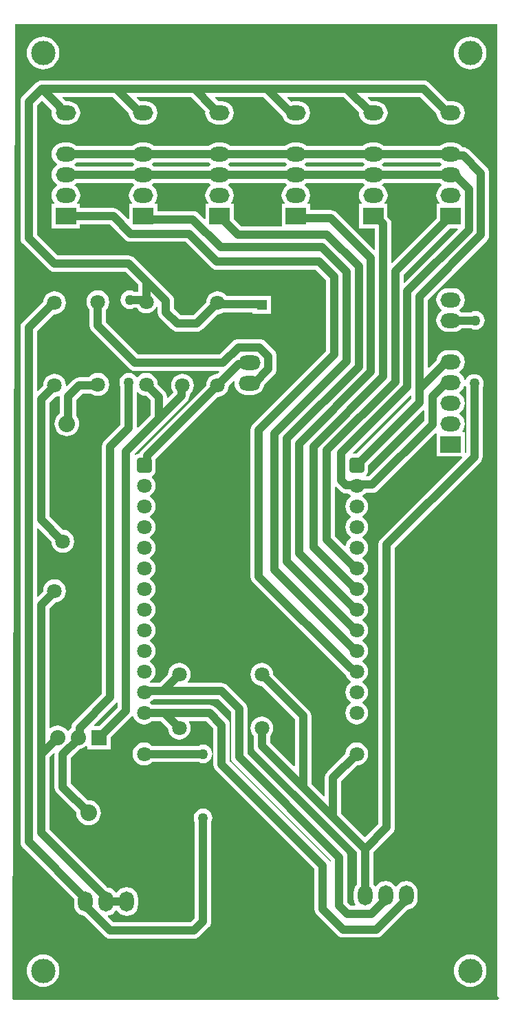
<source format=gbr>
G04*
G04 GERBER (RE)GENERATED BY FLATCAM v8.994 - www.flatcam.org - Version Date: 2020/11/7*
G04 Filename: Placa de sensores.GBL*
G04 Created on : Wednesday, 10 February 2021 at 14:04*
G04*
G04 #@! TF.GenerationSoftware,Altium Limited,Altium Designer,21.0.9 (235)*
G04*
G04 Layer_Physical_Order=2*
G04 Layer_Color=16711680*
%FSLAX44Y44*%
%MOMM*%
G71*
G04*
G04 #@! TF.SameCoordinates,9D76D942-02B4-4ECB-B237-1E8E5DD44076*
G04*
G04*
G04 #@! TF.FilePolarity,Positive*
G04*
G01*
G75*
%ADD10C,1.0000*%
%ADD11O,2.5000X1.8000*%
%ADD12R,2.5000X2.0000*%
%ADD13C,2.0320*%
%ADD14R,2.0320X2.0320*%
%ADD15C,1.8000*%
G04:AMPARAMS|DCode=16|XSize=1.8mm|YSize=1.8mm|CornerRadius=0.225mm|HoleSize=0mm|Usage=FLASHONLY|Rotation=270.000|XOffset=0mm|YOffset=0mm|HoleType=Round|Shape=RoundedRectangle|*
%AMROUNDEDRECTD16*
21,1,1.8000,1.3500,0,0,270.0*
21,1,1.3500,1.8000,0,0,270.0*
1,1,0.4500,-0.6750,-0.6750*
1,1,0.4500,-0.6750,0.6750*
1,1,0.4500,0.6750,0.6750*
1,1,0.4500,0.6750,-0.6750*
%
%ADD16ROUNDEDRECTD16*%
%ADD17O,2.7000X1.8000*%
%ADD18O,1.8000X2.5000*%
%ADD19R,2.0000X2.5000*%
%ADD20R,2.0320X2.0320*%
%ADD21R,1.8750X1.8750*%
%ADD22C,1.8750*%
%ADD23C,1.2750*%
%ADD24R,1.2750X1.2750*%
%ADD25C,3.0000*%
%ADD26C,1.2700*%
G36*
X594360Y5080D02*
X596900Y2540D01*
X594360Y0D01*
X-1640D01*
X-2537Y900D01*
X1270Y1200150D01*
X594360D01*
Y5080D01*
D02*
G37*
%LPC*%
G36*
X561340Y1184687D02*
X557419Y1184301D01*
X553649Y1183157D01*
X550175Y1181300D01*
X547129Y1178801D01*
X544630Y1175755D01*
X542773Y1172281D01*
X541629Y1168511D01*
X541243Y1164590D01*
X541629Y1160669D01*
X542773Y1156899D01*
X544630Y1153425D01*
X547129Y1150379D01*
X550175Y1147880D01*
X553649Y1146023D01*
X557419Y1144879D01*
X561340Y1144493D01*
X565261Y1144879D01*
X569031Y1146023D01*
X572505Y1147880D01*
X575551Y1150379D01*
X578050Y1153425D01*
X579907Y1156899D01*
X581051Y1160669D01*
X581437Y1164590D01*
X581051Y1168511D01*
X579907Y1172281D01*
X578050Y1175755D01*
X575551Y1178801D01*
X572505Y1181300D01*
X569031Y1183157D01*
X565261Y1184301D01*
X561340Y1184687D01*
D02*
G37*
G36*
X35560D02*
X31639Y1184301D01*
X27869Y1183157D01*
X24395Y1181300D01*
X21349Y1178801D01*
X18850Y1175755D01*
X16993Y1172281D01*
X15849Y1168511D01*
X15463Y1164590D01*
X15849Y1160669D01*
X16993Y1156899D01*
X18850Y1153425D01*
X21349Y1150379D01*
X24395Y1147880D01*
X27869Y1146023D01*
X31639Y1144879D01*
X35560Y1144493D01*
X39481Y1144879D01*
X43251Y1146023D01*
X46725Y1147880D01*
X49771Y1150379D01*
X52270Y1153425D01*
X54127Y1156899D01*
X55271Y1160669D01*
X55657Y1164590D01*
X55271Y1168511D01*
X54127Y1172281D01*
X52270Y1175755D01*
X49771Y1178801D01*
X46725Y1181300D01*
X43251Y1183157D01*
X39481Y1184301D01*
X35560Y1184687D01*
D02*
G37*
G36*
X503911Y1130815D02*
X33701D01*
X31091Y1130471D01*
X28658Y1129464D01*
X26569Y1127861D01*
X10648Y1111939D01*
X9045Y1109850D01*
X8037Y1107418D01*
X7694Y1104807D01*
Y937260D01*
X8037Y934650D01*
X9045Y932217D01*
X10648Y930128D01*
X42398Y898378D01*
X44487Y896775D01*
X46919Y895767D01*
X49530Y895424D01*
X136792D01*
X152474Y879742D01*
Y871146D01*
X147549D01*
X145203Y872118D01*
X142240Y872508D01*
X139277Y872118D01*
X136516Y870974D01*
X134145Y869155D01*
X132326Y866784D01*
X131182Y864023D01*
X130792Y861060D01*
X131182Y858097D01*
X132326Y855336D01*
X134145Y852965D01*
X136516Y851146D01*
X139277Y850002D01*
X142240Y849612D01*
X145203Y850002D01*
X147549Y850974D01*
X150704D01*
X152575Y848535D01*
X155500Y846291D01*
X158905Y844880D01*
X162560Y844399D01*
X166215Y844880D01*
X169620Y846291D01*
X172545Y848535D01*
X174789Y851460D01*
X175334Y852775D01*
X176604Y852522D01*
Y845820D01*
X176947Y843210D01*
X177955Y840777D01*
X179558Y838688D01*
X193528Y824718D01*
X195617Y823115D01*
X198050Y822107D01*
X200660Y821764D01*
X224790D01*
X227400Y822107D01*
X229833Y823115D01*
X231922Y824718D01*
X250355Y843151D01*
X253845Y843610D01*
X257250Y845021D01*
X258048Y845633D01*
X293425D01*
Y843335D01*
X316175D01*
Y866085D01*
X293425D01*
Y865806D01*
X261272D01*
X260175Y867235D01*
X257250Y869479D01*
X253845Y870890D01*
X250190Y871371D01*
X246535Y870890D01*
X243130Y869479D01*
X240205Y867235D01*
X237961Y864310D01*
X236550Y860905D01*
X236091Y857415D01*
X220612Y841936D01*
X204838D01*
X196776Y849998D01*
Y859790D01*
X196433Y862401D01*
X195425Y864833D01*
X193822Y866922D01*
X169692Y891052D01*
X148102Y912642D01*
X146013Y914245D01*
X143581Y915253D01*
X140970Y915596D01*
X53708D01*
X27866Y941438D01*
Y1100630D01*
X33701Y1106464D01*
X46270Y1093896D01*
X45879Y1090930D01*
X46360Y1087275D01*
X47771Y1083870D01*
X50015Y1080945D01*
X52940Y1078701D01*
X56345Y1077290D01*
X60000Y1076809D01*
X67000D01*
X70655Y1077290D01*
X74060Y1078701D01*
X76985Y1080945D01*
X79229Y1083870D01*
X80640Y1087275D01*
X81121Y1090930D01*
X80640Y1094585D01*
X79229Y1097990D01*
X76985Y1100915D01*
X74060Y1103159D01*
X70655Y1104570D01*
X67000Y1105051D01*
X63524D01*
X63132Y1105562D01*
X59225Y1109469D01*
X59711Y1110642D01*
X120964D01*
X141198Y1090408D01*
X141610Y1087275D01*
X143021Y1083870D01*
X145265Y1080945D01*
X148190Y1078701D01*
X151595Y1077290D01*
X155250Y1076809D01*
X162250D01*
X165905Y1077290D01*
X169310Y1078701D01*
X172235Y1080945D01*
X174479Y1083870D01*
X175890Y1087275D01*
X176371Y1090930D01*
X175890Y1094585D01*
X174479Y1097990D01*
X172235Y1100915D01*
X169310Y1103159D01*
X165905Y1104570D01*
X162250Y1105051D01*
X155250D01*
X155103Y1105031D01*
X150665Y1109469D01*
X151151Y1110642D01*
X217484D01*
X235352Y1092774D01*
X235109Y1090930D01*
X235590Y1087275D01*
X237001Y1083870D01*
X239245Y1080945D01*
X242170Y1078701D01*
X245575Y1077290D01*
X249230Y1076809D01*
X256230D01*
X259885Y1077290D01*
X263290Y1078701D01*
X266215Y1080945D01*
X268459Y1083870D01*
X269870Y1087275D01*
X270351Y1090930D01*
X269870Y1094585D01*
X268459Y1097990D01*
X266215Y1100915D01*
X263290Y1103159D01*
X259885Y1104570D01*
X256230Y1105051D01*
X251603D01*
X247185Y1109469D01*
X247671Y1110642D01*
X306384D01*
X329228Y1087798D01*
X329532Y1087564D01*
X329570Y1087275D01*
X330981Y1083870D01*
X333225Y1080945D01*
X336150Y1078701D01*
X339555Y1077290D01*
X343210Y1076809D01*
X350210D01*
X353865Y1077290D01*
X357270Y1078701D01*
X360195Y1080945D01*
X362439Y1083870D01*
X363850Y1087275D01*
X364331Y1090930D01*
X363850Y1094585D01*
X362439Y1097990D01*
X360195Y1100915D01*
X357270Y1103159D01*
X353865Y1104570D01*
X350210Y1105051D01*
X343210D01*
X340818Y1104736D01*
X336085Y1109469D01*
X336571Y1110642D01*
X405443D01*
X424434Y1091652D01*
X424339Y1090930D01*
X424820Y1087275D01*
X426231Y1083870D01*
X428475Y1080945D01*
X431400Y1078701D01*
X434805Y1077290D01*
X438460Y1076809D01*
X445460D01*
X449115Y1077290D01*
X452520Y1078701D01*
X455445Y1080945D01*
X457689Y1083870D01*
X459100Y1087275D01*
X459581Y1090930D01*
X459100Y1094585D01*
X457689Y1097990D01*
X455445Y1100915D01*
X452520Y1103159D01*
X449115Y1104570D01*
X445460Y1105051D01*
X439563D01*
X435145Y1109469D01*
X435631Y1110642D01*
X499734D01*
X519611Y1090765D01*
X520070Y1087275D01*
X521481Y1083870D01*
X523725Y1080945D01*
X526650Y1078701D01*
X530055Y1077290D01*
X533710Y1076809D01*
X540710D01*
X544365Y1077290D01*
X547770Y1078701D01*
X550695Y1080945D01*
X552939Y1083870D01*
X554350Y1087275D01*
X554831Y1090930D01*
X554350Y1094585D01*
X552939Y1097990D01*
X550695Y1100915D01*
X547770Y1103159D01*
X544365Y1104570D01*
X540710Y1105051D01*
X533853D01*
X511043Y1127861D01*
X508955Y1129464D01*
X506522Y1130471D01*
X503911Y1130815D01*
D02*
G37*
G36*
X540710Y1054251D02*
X533710D01*
X530055Y1053770D01*
X526650Y1052359D01*
X523857Y1050216D01*
X455313D01*
X452520Y1052359D01*
X449115Y1053770D01*
X445460Y1054251D01*
X438460D01*
X434805Y1053770D01*
X431400Y1052359D01*
X428607Y1050216D01*
X360063D01*
X357270Y1052359D01*
X353865Y1053770D01*
X350210Y1054251D01*
X343210D01*
X339555Y1053770D01*
X336150Y1052359D01*
X333357Y1050216D01*
X266083D01*
X263290Y1052359D01*
X259885Y1053770D01*
X256230Y1054251D01*
X249230D01*
X245575Y1053770D01*
X242170Y1052359D01*
X239377Y1050216D01*
X172103D01*
X169310Y1052359D01*
X165905Y1053770D01*
X162250Y1054251D01*
X155250D01*
X151595Y1053770D01*
X148190Y1052359D01*
X145397Y1050216D01*
X76853D01*
X74060Y1052359D01*
X70655Y1053770D01*
X67000Y1054251D01*
X60000D01*
X56345Y1053770D01*
X52940Y1052359D01*
X50015Y1050115D01*
X47771Y1047190D01*
X46360Y1043785D01*
X45879Y1040130D01*
X46360Y1036475D01*
X47771Y1033070D01*
X50015Y1030145D01*
X52573Y1028182D01*
X52676Y1027839D01*
Y1027021D01*
X52573Y1026678D01*
X50015Y1024715D01*
X47771Y1021790D01*
X46360Y1018385D01*
X45879Y1014730D01*
X46360Y1011075D01*
X47771Y1007670D01*
X50015Y1004745D01*
X52573Y1002782D01*
X52676Y1002439D01*
Y1001621D01*
X52573Y1001278D01*
X50015Y999315D01*
X47771Y996390D01*
X46360Y992985D01*
X45879Y989330D01*
X46360Y985675D01*
X47771Y982270D01*
X49359Y980200D01*
X48733Y978930D01*
X46000D01*
Y948930D01*
X81000D01*
Y953844D01*
X117930D01*
X136566Y935208D01*
X138655Y933605D01*
X141087Y932597D01*
X143698Y932254D01*
X210829D01*
X242165Y900918D01*
X244254Y899315D01*
X246686Y898307D01*
X249297Y897964D01*
X371226D01*
X384024Y885166D01*
Y798338D01*
X293858Y708172D01*
X292255Y706083D01*
X291247Y703651D01*
X290904Y701040D01*
Y520700D01*
X291247Y518089D01*
X292255Y515657D01*
X293858Y513568D01*
X407098Y400328D01*
X408103Y399556D01*
X409411Y396400D01*
X411655Y393475D01*
X414213Y391512D01*
X414316Y391169D01*
Y390351D01*
X414213Y390008D01*
X411655Y388045D01*
X409411Y385120D01*
X408000Y381715D01*
X407519Y378060D01*
X408000Y374405D01*
X409411Y371000D01*
X411655Y368075D01*
X414213Y366112D01*
X414316Y365769D01*
Y364951D01*
X414213Y364608D01*
X411655Y362645D01*
X409411Y359720D01*
X408000Y356315D01*
X407519Y352660D01*
X408000Y349005D01*
X409411Y345600D01*
X411655Y342675D01*
X414580Y340431D01*
X417985Y339020D01*
X421640Y338539D01*
X425295Y339020D01*
X428700Y340431D01*
X431625Y342675D01*
X433869Y345600D01*
X435280Y349005D01*
X435761Y352660D01*
X435280Y356315D01*
X433869Y359720D01*
X431625Y362645D01*
X429067Y364608D01*
X428964Y364951D01*
Y365769D01*
X429067Y366112D01*
X431625Y368075D01*
X433869Y371000D01*
X435280Y374405D01*
X435761Y378060D01*
X435280Y381715D01*
X433869Y385120D01*
X431625Y388045D01*
X429067Y390008D01*
X428964Y390351D01*
Y391169D01*
X429067Y391512D01*
X431625Y393475D01*
X433869Y396400D01*
X435280Y399805D01*
X435761Y403460D01*
X435280Y407115D01*
X433869Y410520D01*
X431625Y413445D01*
X429067Y415408D01*
X428964Y415751D01*
Y416569D01*
X429067Y416912D01*
X431625Y418875D01*
X433869Y421800D01*
X435280Y425205D01*
X435761Y428860D01*
X435280Y432515D01*
X433869Y435920D01*
X431625Y438845D01*
X429067Y440808D01*
X428964Y441151D01*
Y441969D01*
X429067Y442312D01*
X431625Y444275D01*
X433869Y447200D01*
X435280Y450605D01*
X435761Y454260D01*
X435280Y457915D01*
X433869Y461320D01*
X431625Y464245D01*
X429067Y466208D01*
X428964Y466551D01*
Y467369D01*
X429067Y467712D01*
X431625Y469675D01*
X433869Y472600D01*
X435280Y476005D01*
X435761Y479660D01*
X435280Y483315D01*
X433869Y486720D01*
X431625Y489645D01*
X429067Y491608D01*
X428964Y491951D01*
Y492769D01*
X429067Y493112D01*
X431625Y495075D01*
X433869Y498000D01*
X435280Y501405D01*
X435761Y505060D01*
X435280Y508715D01*
X433869Y512120D01*
X431625Y515045D01*
X429067Y517008D01*
X428964Y517351D01*
Y518169D01*
X429067Y518512D01*
X431625Y520475D01*
X433869Y523400D01*
X435280Y526805D01*
X435761Y530460D01*
X435280Y534115D01*
X433869Y537520D01*
X431625Y540445D01*
X429067Y542408D01*
X428964Y542751D01*
Y543569D01*
X429067Y543912D01*
X431625Y545875D01*
X433869Y548800D01*
X435280Y552205D01*
X435761Y555860D01*
X435280Y559515D01*
X433869Y562920D01*
X431625Y565845D01*
X429067Y567808D01*
X428964Y568151D01*
Y568969D01*
X429067Y569312D01*
X431625Y571275D01*
X433869Y574200D01*
X435280Y577605D01*
X435761Y581260D01*
X435280Y584915D01*
X433869Y588320D01*
X431625Y591245D01*
X429067Y593208D01*
X428964Y593551D01*
Y594369D01*
X429067Y594712D01*
X431625Y596675D01*
X433869Y599600D01*
X435280Y603005D01*
X435761Y606660D01*
X435280Y610315D01*
X433869Y613720D01*
X431625Y616645D01*
X429067Y618608D01*
X428964Y618951D01*
Y619769D01*
X429067Y620112D01*
X431625Y622075D01*
X432722Y623504D01*
X440551D01*
X443161Y623848D01*
X445594Y624856D01*
X447683Y626459D01*
X518440Y697216D01*
X519710Y696690D01*
Y668260D01*
X550737D01*
X551222Y667087D01*
X451338Y567202D01*
X449735Y565113D01*
X448727Y562681D01*
X448384Y560070D01*
Y216268D01*
X431800Y199684D01*
X402516Y228968D01*
Y268872D01*
X421805Y288161D01*
X425295Y288620D01*
X428700Y290031D01*
X431625Y292275D01*
X433869Y295200D01*
X435280Y298605D01*
X435761Y302260D01*
X435280Y305915D01*
X433869Y309320D01*
X431625Y312245D01*
X428700Y314489D01*
X425295Y315900D01*
X421640Y316381D01*
X417985Y315900D01*
X414580Y314489D01*
X411655Y312245D01*
X409411Y309320D01*
X408000Y305915D01*
X407541Y302425D01*
X385298Y280182D01*
X383695Y278093D01*
X382687Y275660D01*
X382344Y273050D01*
Y250800D01*
X381170Y250314D01*
X365686Y265798D01*
Y349250D01*
X365343Y351861D01*
X364335Y354293D01*
X362732Y356382D01*
X318899Y400215D01*
X318440Y403705D01*
X317029Y407110D01*
X314785Y410035D01*
X311860Y412279D01*
X308455Y413690D01*
X304800Y414171D01*
X301145Y413690D01*
X297740Y412279D01*
X294815Y410035D01*
X292571Y407110D01*
X291160Y403705D01*
X290679Y400050D01*
X291160Y396395D01*
X292571Y392990D01*
X294815Y390065D01*
X297740Y387821D01*
X301145Y386410D01*
X304635Y385951D01*
X345514Y345072D01*
Y287630D01*
X344340Y287144D01*
X314886Y316598D01*
Y324157D01*
X317029Y326950D01*
X318440Y330355D01*
X318921Y334010D01*
X318440Y337665D01*
X317029Y341070D01*
X314785Y343995D01*
X311860Y346239D01*
X308455Y347650D01*
X304800Y348131D01*
X301145Y347650D01*
X297740Y346239D01*
X294815Y343995D01*
X292571Y341070D01*
X291160Y337665D01*
X290679Y334010D01*
X291160Y330355D01*
X292571Y326950D01*
X294714Y324157D01*
Y312420D01*
X295057Y309809D01*
X296065Y307377D01*
X297668Y305288D01*
X345928Y257028D01*
X345928Y257028D01*
X385298Y217658D01*
X421714Y181242D01*
Y141623D01*
X419571Y138830D01*
X418160Y135425D01*
X417679Y131770D01*
Y124770D01*
X418160Y121115D01*
X419571Y117710D01*
X420119Y116995D01*
X419557Y115856D01*
X414028D01*
X410136Y119748D01*
Y175260D01*
X409793Y177871D01*
X408785Y180303D01*
X407182Y182392D01*
X286946Y302628D01*
Y358140D01*
X286603Y360751D01*
X285595Y363183D01*
X283992Y365272D01*
X262402Y386862D01*
X260313Y388465D01*
X257880Y389473D01*
X255270Y389816D01*
X214595D01*
X213969Y391086D01*
X215429Y392990D01*
X216840Y396395D01*
X217321Y400050D01*
X216840Y403705D01*
X215429Y407110D01*
X213185Y410035D01*
X210260Y412279D01*
X206855Y413690D01*
X203200Y414171D01*
X199545Y413690D01*
X196140Y412279D01*
X193215Y410035D01*
X190971Y407110D01*
X189560Y403705D01*
X189101Y400215D01*
X178702Y389816D01*
X167566D01*
X167316Y390008D01*
X167214Y390351D01*
Y391169D01*
X167316Y391512D01*
X169875Y393475D01*
X172119Y396400D01*
X173530Y399805D01*
X174011Y403460D01*
X173530Y407115D01*
X172119Y410520D01*
X169875Y413445D01*
X167316Y415408D01*
X167214Y415751D01*
Y416569D01*
X167316Y416912D01*
X169875Y418875D01*
X172119Y421800D01*
X173530Y425205D01*
X174011Y428860D01*
X173530Y432515D01*
X172119Y435920D01*
X169875Y438845D01*
X167316Y440808D01*
X167214Y441151D01*
Y441969D01*
X167316Y442312D01*
X169875Y444275D01*
X172119Y447200D01*
X173530Y450605D01*
X174011Y454260D01*
X173530Y457915D01*
X172119Y461320D01*
X169875Y464245D01*
X167316Y466208D01*
X167214Y466551D01*
Y467369D01*
X167316Y467712D01*
X169875Y469675D01*
X172119Y472600D01*
X173530Y476005D01*
X174011Y479660D01*
X173530Y483315D01*
X172119Y486720D01*
X169875Y489645D01*
X167316Y491608D01*
X167214Y491951D01*
Y492769D01*
X167316Y493112D01*
X169875Y495075D01*
X172119Y498000D01*
X173530Y501405D01*
X174011Y505060D01*
X173530Y508715D01*
X172119Y512120D01*
X169875Y515045D01*
X167316Y517008D01*
X167214Y517351D01*
Y518169D01*
X167316Y518512D01*
X169875Y520475D01*
X172119Y523400D01*
X173530Y526805D01*
X174011Y530460D01*
X173530Y534115D01*
X172119Y537520D01*
X169875Y540445D01*
X167316Y542408D01*
X167214Y542751D01*
Y543569D01*
X167316Y543912D01*
X169875Y545875D01*
X172119Y548800D01*
X173530Y552205D01*
X174011Y555860D01*
X173530Y559515D01*
X172119Y562920D01*
X169875Y565845D01*
X167316Y567808D01*
X167214Y568151D01*
Y568969D01*
X167316Y569312D01*
X169875Y571275D01*
X172119Y574200D01*
X173530Y577605D01*
X174011Y581260D01*
X173530Y584915D01*
X172119Y588320D01*
X169875Y591245D01*
X167316Y593208D01*
X167214Y593551D01*
Y594369D01*
X167316Y594712D01*
X169875Y596675D01*
X172119Y599600D01*
X173530Y603005D01*
X174011Y606660D01*
X173530Y610315D01*
X172119Y613720D01*
X169875Y616645D01*
X167316Y618608D01*
X167214Y618951D01*
Y619769D01*
X167316Y620112D01*
X169875Y622075D01*
X172119Y625000D01*
X173530Y628405D01*
X174011Y632060D01*
X173530Y635715D01*
X172119Y639120D01*
X169875Y642045D01*
X169212Y642553D01*
X169403Y644007D01*
X170296Y644377D01*
X171811Y645539D01*
X172973Y647054D01*
X173703Y648817D01*
X173953Y650710D01*
Y661280D01*
X173976Y661460D01*
Y665172D01*
X250355Y741551D01*
X253845Y742010D01*
X257250Y743421D01*
X260175Y745665D01*
X262419Y748590D01*
X263830Y751995D01*
X264289Y755485D01*
X270062Y761258D01*
X271265Y760665D01*
X270939Y758190D01*
X271420Y754535D01*
X272831Y751130D01*
X275075Y748205D01*
X278000Y745961D01*
X281405Y744550D01*
X285060Y744069D01*
X294060D01*
X297715Y744550D01*
X301120Y745961D01*
X304045Y748205D01*
X306289Y751130D01*
X307700Y754535D01*
X307936Y756332D01*
X320192Y768588D01*
X321795Y770677D01*
X322803Y773109D01*
X323146Y775720D01*
Y791460D01*
X322803Y794071D01*
X321795Y796503D01*
X320192Y798592D01*
X309062Y809722D01*
X306973Y811325D01*
X304541Y812333D01*
X301930Y812676D01*
X275917D01*
X273306Y812333D01*
X270874Y811325D01*
X268785Y809722D01*
X252739Y793676D01*
X152768D01*
X112956Y833488D01*
Y848667D01*
X115099Y851460D01*
X116510Y854865D01*
X116991Y858520D01*
X116510Y862175D01*
X115099Y865580D01*
X112855Y868505D01*
X109930Y870749D01*
X106525Y872160D01*
X102870Y872641D01*
X99215Y872160D01*
X95810Y870749D01*
X92885Y868505D01*
X90641Y865580D01*
X89230Y862175D01*
X88749Y858520D01*
X89230Y854865D01*
X90641Y851460D01*
X92784Y848667D01*
Y829310D01*
X93127Y826700D01*
X94135Y824267D01*
X95738Y822178D01*
X141458Y776458D01*
X143547Y774855D01*
X145979Y773847D01*
X148590Y773504D01*
X252120D01*
X252606Y772330D01*
X250025Y769749D01*
X246535Y769290D01*
X243130Y767879D01*
X240205Y765635D01*
X237961Y762710D01*
X236550Y759305D01*
X236091Y755815D01*
X156758Y676482D01*
X155155Y674393D01*
X154147Y671961D01*
X154090Y671523D01*
X153140D01*
X151247Y671273D01*
X149484Y670543D01*
X149094Y670244D01*
X148255Y671201D01*
X184932Y707878D01*
X212887Y735832D01*
X214489Y737921D01*
X215497Y740354D01*
X215841Y742964D01*
Y744780D01*
X216995Y745665D01*
X219239Y748590D01*
X220650Y751995D01*
X221131Y755650D01*
X220650Y759305D01*
X219239Y762710D01*
X216995Y765635D01*
X214070Y767879D01*
X210665Y769290D01*
X207010Y769771D01*
X203355Y769290D01*
X199950Y767879D01*
X197025Y765635D01*
X194781Y762710D01*
X193370Y759305D01*
X192889Y755650D01*
X193370Y751995D01*
X194781Y748590D01*
X195668Y747433D01*
Y747142D01*
X189060Y740534D01*
X187886Y741020D01*
Y741680D01*
X187543Y744290D01*
X186535Y746723D01*
X184932Y748812D01*
X176659Y757085D01*
X176200Y760575D01*
X174789Y763980D01*
X172545Y766905D01*
X169620Y769149D01*
X166215Y770560D01*
X162560Y771041D01*
X158905Y770560D01*
X155500Y769149D01*
X152575Y766905D01*
X151870Y765986D01*
X150269D01*
X149065Y767555D01*
X146694Y769374D01*
X143933Y770518D01*
X140970Y770908D01*
X138007Y770518D01*
X135246Y769374D01*
X132875Y767555D01*
X131056Y765184D01*
X129912Y762423D01*
X129522Y759460D01*
X129912Y756497D01*
X130884Y754151D01*
Y707758D01*
X110978Y687852D01*
X109375Y685763D01*
X108367Y683331D01*
X108024Y680720D01*
Y376288D01*
X73282Y341546D01*
X71679Y339457D01*
X70672Y337025D01*
X70328Y334414D01*
Y334244D01*
X68488Y332832D01*
X66840Y330686D01*
X65240D01*
X63592Y332832D01*
X60589Y335136D01*
X57093Y336585D01*
X53340Y337079D01*
X49587Y336585D01*
X46090Y335136D01*
X44245Y333721D01*
X43106Y334282D01*
Y481311D01*
X50756Y488961D01*
X53185Y489280D01*
X56590Y490691D01*
X59515Y492935D01*
X61759Y495860D01*
X63170Y499265D01*
X63651Y502920D01*
X63170Y506575D01*
X61759Y509980D01*
X59515Y512905D01*
X56590Y515149D01*
X53185Y516560D01*
X49530Y517041D01*
X45875Y516560D01*
X42470Y515149D01*
X39545Y512905D01*
X37301Y509980D01*
X35890Y506575D01*
X35409Y502920D01*
X35500Y502233D01*
X29040Y495773D01*
X27866Y496259D01*
Y579779D01*
X29040Y580266D01*
X45591Y563714D01*
X46050Y560224D01*
X47461Y556819D01*
X49705Y553894D01*
X52630Y551650D01*
X56035Y550240D01*
X59690Y549758D01*
X63345Y550240D01*
X66750Y551650D01*
X69675Y553894D01*
X71919Y556819D01*
X73330Y560224D01*
X73811Y563879D01*
X73330Y567534D01*
X71919Y570940D01*
X69675Y573864D01*
X66750Y576108D01*
X63345Y577519D01*
X59855Y577978D01*
X43106Y594727D01*
Y734521D01*
X50203Y741618D01*
X53185Y742010D01*
X55143Y742822D01*
X56150Y742048D01*
X56125Y741851D01*
Y721177D01*
X53998Y719432D01*
X52104Y717123D01*
X50696Y714490D01*
X49829Y711632D01*
X49537Y708660D01*
X49829Y705688D01*
X50696Y702830D01*
X52104Y700197D01*
X53998Y697888D01*
X56307Y695994D01*
X58940Y694586D01*
X61798Y693719D01*
X64770Y693427D01*
X67742Y693719D01*
X70600Y694586D01*
X73233Y695994D01*
X75542Y697888D01*
X77436Y700197D01*
X78844Y702830D01*
X79711Y705688D01*
X80003Y708660D01*
X79711Y711632D01*
X78844Y714490D01*
X77436Y717123D01*
X76297Y718511D01*
Y737673D01*
X84188Y745564D01*
X94672D01*
X95810Y744691D01*
X99215Y743280D01*
X102870Y742799D01*
X106525Y743280D01*
X109930Y744691D01*
X112855Y746935D01*
X115099Y749860D01*
X116510Y753265D01*
X116991Y756920D01*
X116510Y760575D01*
X115099Y763980D01*
X112855Y766905D01*
X109930Y769149D01*
X106525Y770560D01*
X102870Y771041D01*
X99215Y770560D01*
X95810Y769149D01*
X92885Y766905D01*
X91988Y765736D01*
X80010D01*
X77400Y765393D01*
X74967Y764385D01*
X72878Y762782D01*
X64730Y754634D01*
X63591Y755196D01*
X63651Y755650D01*
X63170Y759305D01*
X61759Y762710D01*
X59515Y765635D01*
X56590Y767879D01*
X53185Y769290D01*
X49530Y769771D01*
X45875Y769290D01*
X42470Y767879D01*
X39545Y765635D01*
X37301Y762710D01*
X35890Y759305D01*
X35409Y755650D01*
X35444Y755387D01*
X29040Y748983D01*
X27866Y749469D01*
Y822592D01*
X48534Y843260D01*
X49530Y843129D01*
X53185Y843610D01*
X56590Y845021D01*
X59515Y847265D01*
X61759Y850190D01*
X63170Y853595D01*
X63651Y857250D01*
X63170Y860905D01*
X61759Y864310D01*
X59515Y867235D01*
X56590Y869479D01*
X53185Y870890D01*
X49530Y871371D01*
X45875Y870890D01*
X42470Y869479D01*
X39545Y867235D01*
X37301Y864310D01*
X35890Y860905D01*
X35624Y858878D01*
X10648Y833902D01*
X9045Y831813D01*
X8037Y829380D01*
X7694Y826770D01*
Y194000D01*
X8037Y191390D01*
X9045Y188957D01*
X10648Y186868D01*
X73509Y124007D01*
Y117150D01*
X73990Y113495D01*
X75401Y110090D01*
X77645Y107165D01*
X80570Y104921D01*
X83975Y103510D01*
X85772Y103274D01*
X111088Y77958D01*
X113177Y76355D01*
X115610Y75347D01*
X118220Y75004D01*
X220980D01*
X223591Y75347D01*
X226023Y76355D01*
X228112Y77958D01*
X239542Y89388D01*
X241145Y91477D01*
X242153Y93910D01*
X242496Y96520D01*
Y218211D01*
X243468Y220557D01*
X243858Y223520D01*
X243468Y226483D01*
X242324Y229244D01*
X240505Y231615D01*
X238134Y233434D01*
X235373Y234578D01*
X232410Y234968D01*
X229447Y234578D01*
X226686Y233434D01*
X224315Y231615D01*
X222496Y229244D01*
X221352Y226483D01*
X220962Y223520D01*
X221352Y220557D01*
X222324Y218211D01*
Y100698D01*
X216802Y95176D01*
X122398D01*
X115384Y102190D01*
X115792Y103393D01*
X116685Y103510D01*
X120090Y104921D01*
X123015Y107165D01*
X124978Y109724D01*
X125321Y109826D01*
X126139D01*
X126482Y109724D01*
X128445Y107165D01*
X131370Y104921D01*
X134775Y103510D01*
X138430Y103029D01*
X142085Y103510D01*
X145490Y104921D01*
X148415Y107165D01*
X150659Y110090D01*
X152070Y113495D01*
X152551Y117150D01*
Y124150D01*
X152070Y127805D01*
X150659Y131210D01*
X148415Y134135D01*
X145490Y136379D01*
X142085Y137790D01*
X138430Y138271D01*
X134775Y137790D01*
X131370Y136379D01*
X128445Y134135D01*
X126482Y131576D01*
X126139Y131474D01*
X125321D01*
X124978Y131576D01*
X123015Y134135D01*
X120090Y136379D01*
X116685Y137790D01*
X114888Y138026D01*
X43106Y209808D01*
Y298082D01*
X48591Y303567D01*
X49794Y302974D01*
X49604Y301530D01*
Y261620D01*
X49947Y259009D01*
X50955Y256577D01*
X52558Y254488D01*
X76294Y230752D01*
X76207Y229870D01*
X76499Y226898D01*
X77366Y224040D01*
X78774Y221407D01*
X80668Y219098D01*
X82977Y217204D01*
X85610Y215796D01*
X88468Y214929D01*
X91440Y214637D01*
X94412Y214929D01*
X97270Y215796D01*
X99903Y217204D01*
X102212Y219098D01*
X104106Y221407D01*
X105514Y224040D01*
X106381Y226898D01*
X106673Y229870D01*
X106381Y232842D01*
X105514Y235700D01*
X104106Y238333D01*
X102212Y240642D01*
X99903Y242536D01*
X97270Y243944D01*
X94412Y244811D01*
X91440Y245103D01*
X90558Y245016D01*
X69776Y265798D01*
Y297352D01*
X80773Y308349D01*
X82493Y308575D01*
X85990Y310023D01*
X88495Y311946D01*
X89765Y311320D01*
Y308205D01*
X118515D01*
Y322691D01*
X144292Y348468D01*
X144931Y349300D01*
X146081Y349043D01*
X146270Y348959D01*
X147661Y345600D01*
X149905Y342675D01*
X152830Y340431D01*
X156235Y339020D01*
X159890Y338539D01*
X163545Y339020D01*
X166950Y340431D01*
X169743Y342574D01*
X180372D01*
X189101Y333845D01*
X189560Y330355D01*
X190971Y326950D01*
X193215Y324025D01*
X196140Y321781D01*
X199545Y320370D01*
X203200Y319889D01*
X206855Y320370D01*
X210260Y321781D01*
X213185Y324025D01*
X215429Y326950D01*
X216840Y330355D01*
X217321Y334010D01*
X216840Y337665D01*
X215429Y341070D01*
X215149Y341435D01*
X215711Y342574D01*
X236252D01*
X245184Y333642D01*
Y289560D01*
X245527Y286950D01*
X246535Y284517D01*
X248138Y282428D01*
X369644Y160922D01*
Y111760D01*
X369987Y109150D01*
X370995Y106717D01*
X372598Y104628D01*
X397998Y79228D01*
X400087Y77625D01*
X402519Y76617D01*
X405130Y76274D01*
X445660D01*
X448271Y76617D01*
X450703Y77625D01*
X452792Y79228D01*
X484458Y110894D01*
X486255Y111130D01*
X489660Y112541D01*
X492585Y114785D01*
X494829Y117710D01*
X496240Y121115D01*
X496721Y124770D01*
Y131770D01*
X496240Y135425D01*
X494829Y138830D01*
X492585Y141755D01*
X489660Y143999D01*
X486255Y145410D01*
X482600Y145891D01*
X478945Y145410D01*
X475540Y143999D01*
X472615Y141755D01*
X470652Y139197D01*
X470309Y139094D01*
X469491D01*
X469148Y139197D01*
X467185Y141755D01*
X464260Y143999D01*
X460855Y145410D01*
X457200Y145891D01*
X453545Y145410D01*
X450140Y143999D01*
X447215Y141755D01*
X445252Y139197D01*
X444909Y139094D01*
X444091D01*
X443748Y139197D01*
X441886Y141623D01*
Y181242D01*
X465602Y204958D01*
X467205Y207047D01*
X468213Y209480D01*
X468556Y212090D01*
Y555892D01*
X573552Y660888D01*
X575155Y662977D01*
X576163Y665409D01*
X576506Y668020D01*
Y752881D01*
X577478Y755227D01*
X577868Y758190D01*
X577478Y761153D01*
X576334Y763914D01*
X574515Y766285D01*
X572144Y768104D01*
X569383Y769248D01*
X566420Y769638D01*
X563457Y769248D01*
X560696Y768104D01*
X558325Y766285D01*
X556506Y763914D01*
X555762Y762118D01*
X554458Y762290D01*
X554350Y763115D01*
X552939Y766520D01*
X550695Y769445D01*
X548136Y771408D01*
X548034Y771751D01*
Y772569D01*
X548136Y772912D01*
X550695Y774875D01*
X552939Y777800D01*
X554350Y781205D01*
X554831Y784860D01*
X554350Y788515D01*
X552939Y791920D01*
X550695Y794845D01*
X547770Y797089D01*
X544365Y798500D01*
X540710Y798981D01*
X533710D01*
X530055Y798500D01*
X526650Y797089D01*
X523725Y794845D01*
X521481Y791920D01*
X520070Y788515D01*
X519834Y786718D01*
X510370Y777254D01*
X509196Y777740D01*
Y860975D01*
X581842Y933620D01*
X583445Y935709D01*
X584453Y938142D01*
X584796Y940752D01*
Y1016600D01*
X584453Y1019211D01*
X583445Y1021643D01*
X581842Y1023732D01*
X559843Y1045731D01*
X557754Y1047334D01*
X555321Y1048342D01*
X552711Y1048686D01*
X551792D01*
X550695Y1050115D01*
X547770Y1052359D01*
X544365Y1053770D01*
X540710Y1054251D01*
D02*
G37*
G36*
Y875181D02*
X533710D01*
X530055Y874700D01*
X526650Y873289D01*
X523725Y871045D01*
X521481Y868120D01*
X520070Y864715D01*
X519589Y861060D01*
X520070Y857405D01*
X521481Y854000D01*
X523725Y851075D01*
X526283Y849112D01*
X526386Y848769D01*
Y847951D01*
X526283Y847608D01*
X523725Y845645D01*
X521481Y842720D01*
X520070Y839315D01*
X519589Y835660D01*
X520070Y832005D01*
X521481Y828600D01*
X523725Y825675D01*
X526650Y823431D01*
X530055Y822020D01*
X533710Y821539D01*
X540710D01*
X544365Y822020D01*
X547770Y823431D01*
X550563Y825574D01*
X562381D01*
X564727Y824602D01*
X567690Y824212D01*
X570653Y824602D01*
X573414Y825746D01*
X575785Y827565D01*
X577604Y829936D01*
X578748Y832697D01*
X579138Y835660D01*
X578748Y838623D01*
X577604Y841384D01*
X575785Y843755D01*
X573414Y845574D01*
X570653Y846718D01*
X567690Y847108D01*
X564727Y846718D01*
X562381Y845746D01*
X550563D01*
X548136Y847608D01*
X548034Y847951D01*
Y848769D01*
X548136Y849112D01*
X550695Y851075D01*
X552939Y854000D01*
X554350Y857405D01*
X554831Y861060D01*
X554350Y864715D01*
X552939Y868120D01*
X550695Y871045D01*
X547770Y873289D01*
X544365Y874700D01*
X540710Y875181D01*
D02*
G37*
G36*
X159890Y316381D02*
X156235Y315900D01*
X152830Y314489D01*
X149905Y312245D01*
X147661Y309320D01*
X146250Y305915D01*
X145769Y302260D01*
X146250Y298605D01*
X147661Y295200D01*
X149905Y292275D01*
X152830Y290031D01*
X156235Y288620D01*
X159890Y288139D01*
X163545Y288620D01*
X166950Y290031D01*
X169743Y292174D01*
X227101D01*
X229447Y291202D01*
X232410Y290812D01*
X235373Y291202D01*
X238134Y292346D01*
X240505Y294165D01*
X242324Y296536D01*
X243468Y299297D01*
X243858Y302260D01*
X243468Y305223D01*
X242324Y307984D01*
X240505Y310355D01*
X238134Y312174D01*
X235373Y313318D01*
X232410Y313708D01*
X229447Y313318D01*
X227101Y312346D01*
X169743D01*
X166950Y314489D01*
X163545Y315900D01*
X159890Y316381D01*
D02*
G37*
G36*
X561340Y55657D02*
X557419Y55271D01*
X553649Y54127D01*
X550175Y52270D01*
X547129Y49771D01*
X544630Y46725D01*
X542773Y43251D01*
X541629Y39481D01*
X541243Y35560D01*
X541629Y31639D01*
X542773Y27869D01*
X544630Y24395D01*
X547129Y21349D01*
X550175Y18850D01*
X553649Y16993D01*
X557419Y15849D01*
X561340Y15463D01*
X565261Y15849D01*
X569031Y16993D01*
X572505Y18850D01*
X575551Y21349D01*
X578050Y24395D01*
X579907Y27869D01*
X581051Y31639D01*
X581437Y35560D01*
X581051Y39481D01*
X579907Y43251D01*
X578050Y46725D01*
X575551Y49771D01*
X572505Y52270D01*
X569031Y54127D01*
X565261Y55271D01*
X561340Y55657D01*
D02*
G37*
G36*
X35560D02*
X31639Y55271D01*
X27869Y54127D01*
X24395Y52270D01*
X21349Y49771D01*
X18850Y46725D01*
X16993Y43251D01*
X15849Y39481D01*
X15463Y35560D01*
X15849Y31639D01*
X16993Y27869D01*
X18850Y24395D01*
X21349Y21349D01*
X24395Y18850D01*
X27869Y16993D01*
X31639Y15849D01*
X35560Y15463D01*
X39481Y15849D01*
X43251Y16993D01*
X46725Y18850D01*
X49771Y21349D01*
X52270Y24395D01*
X54127Y27869D01*
X55271Y31639D01*
X55657Y35560D01*
X55271Y39481D01*
X54127Y43251D01*
X52270Y46725D01*
X49771Y49771D01*
X46725Y52270D01*
X43251Y54127D01*
X39481Y55271D01*
X35560Y55657D01*
D02*
G37*
%LPD*%
G36*
X526283Y1028182D02*
X526386Y1027839D01*
Y1027021D01*
X526283Y1026678D01*
X523857Y1024816D01*
X455313D01*
X452887Y1026678D01*
X452784Y1027021D01*
Y1027839D01*
X452887Y1028182D01*
X455313Y1030044D01*
X523857D01*
X526283Y1028182D01*
D02*
G37*
G36*
X431034D02*
X431136Y1027839D01*
Y1027021D01*
X431034Y1026678D01*
X428607Y1024816D01*
X360063D01*
X357636Y1026678D01*
X357534Y1027021D01*
Y1027839D01*
X357636Y1028182D01*
X360063Y1030044D01*
X428607D01*
X431034Y1028182D01*
D02*
G37*
G36*
X335784D02*
X335886Y1027839D01*
Y1027021D01*
X335784Y1026678D01*
X333357Y1024816D01*
X266083D01*
X263657Y1026678D01*
X263554Y1027021D01*
Y1027839D01*
X263657Y1028182D01*
X266083Y1030044D01*
X333357D01*
X335784Y1028182D01*
D02*
G37*
G36*
X241803D02*
X241906Y1027839D01*
Y1027021D01*
X241803Y1026678D01*
X239377Y1024816D01*
X172103D01*
X169676Y1026678D01*
X169574Y1027021D01*
Y1027839D01*
X169676Y1028182D01*
X172103Y1030044D01*
X239377D01*
X241803Y1028182D01*
D02*
G37*
G36*
X147823D02*
X147926Y1027839D01*
Y1027021D01*
X147823Y1026678D01*
X145397Y1024816D01*
X76853D01*
X74426Y1026678D01*
X74324Y1027021D01*
Y1027839D01*
X74426Y1028182D01*
X76853Y1030044D01*
X145397D01*
X147823Y1028182D01*
D02*
G37*
G36*
X241803Y1002782D02*
X241906Y1002439D01*
Y1001621D01*
X241803Y1001278D01*
X239245Y999315D01*
X237001Y996390D01*
X235590Y992985D01*
X235109Y989330D01*
X235590Y985675D01*
X237001Y982270D01*
X238589Y980200D01*
X237963Y978930D01*
X235230D01*
Y960711D01*
X234057Y960225D01*
X227030Y967252D01*
X224941Y968855D01*
X222508Y969863D01*
X219898Y970206D01*
X176250D01*
Y978930D01*
X173517D01*
X172891Y980200D01*
X174479Y982270D01*
X175890Y985675D01*
X176371Y989330D01*
X175890Y992985D01*
X174479Y996390D01*
X172235Y999315D01*
X169676Y1001278D01*
X169574Y1001621D01*
Y1002439D01*
X169676Y1002782D01*
X172103Y1004644D01*
X239377D01*
X241803Y1002782D01*
D02*
G37*
G36*
X147823D02*
X147926Y1002439D01*
Y1001621D01*
X147823Y1001278D01*
X145265Y999315D01*
X143021Y996390D01*
X141610Y992985D01*
X141129Y989330D01*
X141610Y985675D01*
X143021Y982270D01*
X144609Y980200D01*
X143983Y978930D01*
X141250D01*
Y960711D01*
X140077Y960225D01*
X129240Y971062D01*
X127151Y972665D01*
X124718Y973673D01*
X122108Y974016D01*
X81000D01*
Y978930D01*
X78267D01*
X77641Y980200D01*
X79229Y982270D01*
X80640Y985675D01*
X81121Y989330D01*
X80640Y992985D01*
X79229Y996390D01*
X76985Y999315D01*
X74426Y1001278D01*
X74324Y1001621D01*
Y1002439D01*
X74426Y1002782D01*
X76853Y1004644D01*
X145397D01*
X147823Y1002782D01*
D02*
G37*
G36*
X335784D02*
X335886Y1002439D01*
Y1001621D01*
X335784Y1001278D01*
X333225Y999315D01*
X330981Y996390D01*
X329570Y992985D01*
X329089Y989330D01*
X329570Y985675D01*
X330981Y982270D01*
X332569Y980200D01*
X331943Y978930D01*
X329210D01*
Y951156D01*
X279768D01*
X270230Y960694D01*
Y978930D01*
X267497D01*
X266871Y980200D01*
X268459Y982270D01*
X269870Y985675D01*
X270351Y989330D01*
X269870Y992985D01*
X268459Y996390D01*
X266215Y999315D01*
X263657Y1001278D01*
X263554Y1001621D01*
Y1002439D01*
X263657Y1002782D01*
X266083Y1004644D01*
X333357D01*
X335784Y1002782D01*
D02*
G37*
G36*
X431034D02*
X431136Y1002439D01*
Y1001621D01*
X431034Y1001278D01*
X428475Y999315D01*
X426231Y996390D01*
X424820Y992985D01*
X424339Y989330D01*
X424820Y985675D01*
X426231Y982270D01*
X427819Y980200D01*
X427193Y978930D01*
X424460D01*
Y948930D01*
X444024D01*
Y923180D01*
X442850Y922694D01*
X397022Y968522D01*
X394933Y970125D01*
X392500Y971133D01*
X389890Y971476D01*
X364210D01*
Y978930D01*
X361477D01*
X360851Y980200D01*
X362439Y982270D01*
X363850Y985675D01*
X364331Y989330D01*
X363850Y992985D01*
X362439Y996390D01*
X360195Y999315D01*
X357636Y1001278D01*
X357534Y1001621D01*
Y1002439D01*
X357636Y1002782D01*
X360063Y1004644D01*
X428607D01*
X431034Y1002782D01*
D02*
G37*
G36*
X526283D02*
X526386Y1002439D01*
Y1001621D01*
X526283Y1001278D01*
X523725Y999315D01*
X521481Y996390D01*
X520070Y992985D01*
X519589Y989330D01*
X520070Y985675D01*
X521481Y982270D01*
X523069Y980200D01*
X522443Y978930D01*
X519710D01*
Y960694D01*
X465370Y906354D01*
X464196Y906840D01*
Y954280D01*
X463853Y956890D01*
X462845Y959323D01*
X461242Y961412D01*
X459460Y963194D01*
Y978930D01*
X456727D01*
X456101Y980200D01*
X457689Y982270D01*
X459100Y985675D01*
X459581Y989330D01*
X459100Y992985D01*
X457689Y996390D01*
X455445Y999315D01*
X452887Y1001278D01*
X452784Y1001621D01*
Y1002439D01*
X452887Y1002782D01*
X455313Y1004644D01*
X523857D01*
X526283Y1002782D01*
D02*
G37*
G36*
X546237Y947757D02*
X480370Y881889D01*
X479196Y882375D01*
Y891652D01*
X536474Y948930D01*
X545751D01*
X546237Y947757D01*
D02*
G37*
G36*
X152575Y746935D02*
X155500Y744691D01*
X158905Y743280D01*
X162395Y742821D01*
X167714Y737502D01*
Y719188D01*
X152326Y703800D01*
X151056Y704326D01*
Y746939D01*
X152259Y747347D01*
X152575Y746935D01*
D02*
G37*
G36*
X555424Y755079D02*
X556334Y752881D01*
Y672935D01*
X555980Y672682D01*
X554710Y673334D01*
Y698260D01*
X551977D01*
X551351Y699530D01*
X552939Y701600D01*
X554350Y705005D01*
X554831Y708660D01*
X554350Y712315D01*
X552939Y715720D01*
X550695Y718645D01*
X548136Y720608D01*
X548034Y720951D01*
Y721769D01*
X548136Y722112D01*
X550695Y724075D01*
X552939Y727000D01*
X554350Y730405D01*
X554831Y734060D01*
X554350Y737715D01*
X552939Y741120D01*
X550695Y744045D01*
X548136Y746008D01*
X548034Y746351D01*
Y747169D01*
X548136Y747512D01*
X550695Y749475D01*
X552939Y752400D01*
X554088Y755174D01*
X554946Y755210D01*
X555424Y755079D01*
D02*
G37*
G36*
X489024Y742954D02*
Y739108D01*
X421438Y671523D01*
X417592D01*
X417106Y672696D01*
X487850Y743440D01*
X489024Y742954D01*
D02*
G37*
G36*
X504624Y724520D02*
Y711928D01*
X436373Y643677D01*
X433220D01*
X432789Y644947D01*
X433561Y645539D01*
X434723Y647054D01*
X435453Y648817D01*
X435703Y650710D01*
Y657258D01*
X503450Y725006D01*
X504624Y724520D01*
D02*
G37*
G36*
X401366Y625727D02*
X403455Y624124D01*
X405887Y623116D01*
X408498Y622773D01*
X411120D01*
X411655Y622075D01*
X414213Y620112D01*
X414316Y619769D01*
Y618951D01*
X414213Y618608D01*
X411655Y616645D01*
X409411Y613720D01*
X408000Y610315D01*
X407519Y606660D01*
X408000Y603005D01*
X409411Y599600D01*
X411655Y596675D01*
X414213Y594712D01*
X414316Y594369D01*
Y593551D01*
X414213Y593208D01*
X411655Y591245D01*
X409411Y588320D01*
X408000Y584915D01*
X407519Y581260D01*
X408000Y577605D01*
X409411Y574200D01*
X411655Y571275D01*
X414213Y569312D01*
X414316Y568969D01*
Y568151D01*
X414213Y567808D01*
X411655Y565845D01*
X409411Y562920D01*
X408000Y559515D01*
X407883Y558622D01*
X406680Y558214D01*
X394896Y569998D01*
Y630400D01*
X396166Y630926D01*
X401366Y625727D01*
D02*
G37*
G36*
X127074Y365279D02*
Y359778D01*
X104251Y336955D01*
X98878D01*
X98392Y338128D01*
X125242Y364978D01*
X125804Y365710D01*
X127074Y365279D01*
D02*
G37*
G36*
X266774Y353962D02*
Y298450D01*
X267117Y295840D01*
X268125Y293407D01*
X269728Y291318D01*
X389964Y171082D01*
Y169843D01*
X388694Y169591D01*
X388465Y170143D01*
X386862Y172232D01*
X265356Y293738D01*
Y337820D01*
X265013Y340430D01*
X264005Y342863D01*
X262402Y344952D01*
X247562Y359792D01*
X245473Y361395D01*
X243041Y362403D01*
X240430Y362746D01*
X169743D01*
X167316Y364608D01*
X167214Y364951D01*
Y365769D01*
X167316Y366112D01*
X169875Y368075D01*
X171079Y369644D01*
X251092D01*
X266774Y353962D01*
D02*
G37*
D10*
X80414Y324254D02*
Y334414D01*
X118110Y372110D02*
Y680720D01*
X80414Y334414D02*
X118110Y372110D01*
X78740Y322580D02*
X80414Y324254D01*
X78740Y320580D02*
Y322580D01*
X33020Y590549D02*
X59690Y563879D01*
X33020Y738699D02*
X49530Y755209D01*
X33020Y590549D02*
Y738699D01*
X49530Y755209D02*
Y755650D01*
X410210Y1120729D02*
X503911D01*
X310562D02*
X410210D01*
X33020Y302260D02*
X53340Y322580D01*
X33020Y205630D02*
X113030Y125620D01*
X49530Y501999D02*
Y502920D01*
X33020Y302260D02*
Y485489D01*
X17780Y826770D02*
X48113Y857103D01*
X17780Y194000D02*
X87630Y124150D01*
X33020Y485489D02*
X49530Y501999D01*
X33020Y205630D02*
Y302260D01*
X17780Y194000D02*
Y826770D01*
X552711Y1038599D02*
X574710Y1016600D01*
Y940752D02*
Y1016600D01*
X499110Y865152D02*
X574710Y940752D01*
X542180Y1014730D02*
X559710Y997200D01*
Y946965D02*
Y997200D01*
X484110Y871366D02*
X559710Y946965D01*
X484110Y753964D02*
Y871366D01*
X499110Y753000D02*
Y865152D01*
X441960Y1014730D02*
X542180D01*
X566420Y668020D02*
Y758190D01*
X458470Y560070D02*
X566420Y668020D01*
X537210Y835660D02*
X567690D01*
X469110Y760177D02*
Y895830D01*
X529710Y958930D02*
X534710Y963930D01*
X529710Y956430D02*
Y958930D01*
X469110Y895830D02*
X529710Y956430D01*
X534710Y963930D02*
X537210D01*
X454110Y766530D02*
Y954280D01*
X444460Y963930D02*
X454110Y954280D01*
X252730Y963930D02*
X275590Y941070D01*
X332928D02*
X333065Y940933D01*
X275590Y941070D02*
X332928D01*
X333065Y940933D02*
X384947D01*
X424110Y901770D01*
X254085Y925933D02*
X378734D01*
X409110Y895557D01*
X219898Y960120D02*
X254085Y925933D01*
X375404Y908050D02*
X394110Y889344D01*
X215007Y942340D02*
X249297Y908050D01*
X375404D01*
X158750Y963930D02*
X162560Y960120D01*
X219898D01*
X143698Y942340D02*
X215007D01*
X122108Y963930D02*
X143698Y942340D01*
X503911Y1120729D02*
X533710Y1090930D01*
X410210Y1120140D02*
X439420Y1090930D01*
X441960D01*
X222036Y1120729D02*
X310562D01*
X341045Y1090930D02*
X346710D01*
X337045Y1094930D02*
X341045Y1090930D01*
X336360Y1094930D02*
X337045D01*
X310562Y1120729D02*
X336360Y1094930D01*
X125141Y1120729D02*
X222036D01*
X245230Y1097095D02*
Y1097160D01*
X222036Y1120354D02*
X245230Y1097160D01*
Y1097095D02*
X251395Y1090930D01*
X252730D01*
X33701Y1120729D02*
X125141D01*
X154940Y1090930D02*
X158750D01*
X125141Y1120729D02*
X154940Y1090930D01*
X17780Y937260D02*
Y1104807D01*
X33701Y1120729D01*
X33701D02*
X56000Y1098430D01*
Y1097095D02*
Y1098430D01*
X62165Y1090930D02*
X63500D01*
X56000Y1097095D02*
X62165Y1090930D01*
X17780Y937260D02*
X49530Y905510D01*
X232410Y96520D02*
Y223520D01*
X220980Y85090D02*
X232410Y96520D01*
X159890Y302260D02*
X232410D01*
X118220Y85090D02*
X220980D01*
X87630Y115680D02*
X118220Y85090D01*
X87630Y115680D02*
Y120650D01*
X59690Y261620D02*
Y301530D01*
Y261620D02*
X91440Y229870D01*
X59690Y301530D02*
X78740Y320580D01*
X148590Y783590D02*
X256917D01*
X102870Y829310D02*
Y858520D01*
Y829310D02*
X148590Y783590D01*
X162560Y756920D02*
X177800Y741680D01*
X140970Y703580D02*
Y759460D01*
X118110Y680720D02*
X140970Y703580D01*
X101600Y755650D02*
X102870Y756920D01*
X80010Y755650D02*
X101600D01*
X66211Y741851D02*
X80010Y755650D01*
X142240Y861060D02*
X160020D01*
X162560Y858520D01*
Y883920D02*
X186690Y859790D01*
Y845820D02*
Y859790D01*
X162560Y858520D02*
Y883920D01*
X140970Y905510D02*
X162560Y883920D01*
X248659Y855719D02*
X250190Y857250D01*
X224790Y831850D02*
X248659Y855719D01*
X303791D01*
X49530Y905510D02*
X140970D01*
X200660Y831850D02*
X224790D01*
X186690Y845820D02*
X200660Y831850D01*
X458470Y212090D02*
Y560070D01*
X431800Y185420D02*
X458470Y212090D01*
X441960Y963930D02*
X444460D01*
X303791Y855719D02*
X304800Y854710D01*
X256917Y783590D02*
X275917Y802590D01*
X295530Y758190D02*
X313060Y775720D01*
X275917Y802590D02*
X301930D01*
X313060Y791460D01*
Y775720D02*
Y791460D01*
X137160Y674370D02*
X177800Y715010D01*
Y741680D01*
Y715010D02*
X205755Y742964D01*
Y754395D02*
X207010Y755650D01*
X205755Y742964D02*
Y754395D01*
X137160Y355600D02*
Y674370D01*
X104140Y322580D02*
X137160Y355600D01*
X159890Y657460D02*
X163890Y661460D01*
Y669350D01*
X248659Y754119D01*
X66211Y710101D02*
Y741851D01*
X64770Y708660D02*
X66211Y710101D01*
X289560Y758190D02*
X295530D01*
X276599Y782059D02*
X288029D01*
X289560Y783590D01*
X248659Y754119D02*
X276599Y782059D01*
X248659Y754119D02*
Y754119D01*
X423171Y633591D02*
X440551D01*
X514710Y707750D02*
Y741930D01*
X440551Y633591D02*
X514710Y707750D01*
X421640Y632060D02*
X423171Y633591D01*
X421640Y657460D02*
X499110Y734930D01*
Y753000D01*
X389890Y961390D02*
X439110Y912170D01*
X349250Y961390D02*
X389890D01*
X439110Y772743D02*
Y912170D01*
X409110Y785170D02*
Y895557D01*
X394110Y794160D02*
Y889344D01*
X424110Y778956D02*
Y901770D01*
X335280Y690126D02*
X424110Y778956D01*
X350520Y684153D02*
X439110Y772743D01*
X320280Y696340D02*
X409110Y785170D01*
X402640Y672494D02*
X484110Y753964D01*
X384810Y675877D02*
X469110Y760177D01*
X368300Y680720D02*
X454110Y766530D01*
X300990Y701040D02*
X394110Y794160D01*
X514710Y741930D02*
X532240Y759460D01*
X514710Y767330D02*
Y767330D01*
X500380Y753000D02*
X514710Y767330D01*
Y767330D02*
X532240Y784860D01*
X537210D01*
X346710Y1014730D02*
X441960D01*
X252730D02*
X346710D01*
X158750D02*
X252730D01*
X63500D02*
X158750D01*
X63500Y1040130D02*
X158750D01*
X252730D01*
X346710D01*
X441960D01*
X537210D01*
X533710Y1090930D02*
X537210D01*
X419475Y403460D02*
X421640D01*
X414230Y407460D02*
X415475D01*
X419475Y403460D01*
X300990Y520700D02*
X414230Y407460D01*
X320280Y528750D02*
X420170Y428860D01*
X320280Y528750D02*
Y696340D01*
X300990Y520700D02*
Y701040D01*
X384810Y565820D02*
Y675877D01*
X350520Y549310D02*
Y684153D01*
X368300Y556930D02*
Y680720D01*
X335280Y539150D02*
Y690126D01*
X402640Y638717D02*
Y672494D01*
X384810Y565820D02*
X420170Y530460D01*
X420841Y632859D02*
X421640Y632060D01*
X402640Y638717D02*
X408498Y632859D01*
X420841D01*
X532240Y759460D02*
X537210D01*
X63500Y963930D02*
X122108D01*
X420170Y428860D02*
X421640D01*
X335280Y539150D02*
X420170Y454260D01*
X350520Y549310D02*
X420170Y479660D01*
X368300Y556930D02*
X420170Y505060D01*
Y454260D02*
X421640D01*
X346710Y963930D02*
X349250Y961390D01*
X420170Y479660D02*
X421640D01*
X420170Y505060D02*
X421640D01*
X420170Y530460D02*
X421640D01*
X113030Y120650D02*
X138430D01*
X113030D02*
Y125620D01*
X87630Y120650D02*
Y124150D01*
X537210Y1040130D02*
X538741Y1038599D01*
X552711D01*
X355600Y265193D02*
Y349250D01*
X304800Y400050D02*
X355600Y349250D01*
X392430Y224790D02*
X431800Y185420D01*
X353060Y264160D02*
X392430Y224790D01*
Y273050D02*
X421640Y302260D01*
X392430Y224790D02*
Y273050D01*
X304800Y312420D02*
X353060Y264160D01*
X431800Y128270D02*
Y185420D01*
X304800Y312420D02*
Y334010D01*
X184550Y352660D02*
X240430D01*
X255270Y289560D02*
Y337820D01*
X240430Y352660D02*
X255270Y337820D01*
Y289560D02*
X379730Y165100D01*
Y111760D02*
Y165100D01*
Y111760D02*
X405130Y86360D01*
X400050Y115570D02*
Y175260D01*
Y115570D02*
X409850Y105770D01*
X276860Y298450D02*
X400050Y175260D01*
X276860Y298450D02*
Y358140D01*
X255270Y379730D02*
X276860Y358140D01*
X482600Y123300D02*
Y128270D01*
X445660Y86360D02*
X482600Y123300D01*
X405130Y86360D02*
X445660D01*
X182880Y379730D02*
X255270D01*
X457200Y123300D02*
Y128270D01*
X439670Y105770D02*
X457200Y123300D01*
X409850Y105770D02*
X439670D01*
X167217Y379730D02*
X182880D01*
X203200Y400050D02*
X203200D01*
X182880Y379730D02*
X203200Y400050D01*
X159890Y378060D02*
X161421Y379591D01*
X167078D01*
X167217Y379730D01*
X184550Y352660D02*
X203200Y334010D01*
X159890Y352660D02*
X184550D01*
D11*
X537210Y1090930D02*
D03*
Y1065530D02*
D03*
Y1040130D02*
D03*
Y989330D02*
D03*
Y1014730D02*
D03*
X252730Y1090930D02*
D03*
Y1065530D02*
D03*
Y1040130D02*
D03*
Y989330D02*
D03*
Y1014730D02*
D03*
X158750Y1090930D02*
D03*
Y1065530D02*
D03*
Y1040130D02*
D03*
Y989330D02*
D03*
Y1014730D02*
D03*
X63500Y1090930D02*
D03*
Y1065530D02*
D03*
Y1040130D02*
D03*
Y989330D02*
D03*
Y1014730D02*
D03*
X441960Y1090930D02*
D03*
Y1065530D02*
D03*
Y1040130D02*
D03*
Y989330D02*
D03*
Y1014730D02*
D03*
X346710Y1090930D02*
D03*
Y1065530D02*
D03*
Y1040130D02*
D03*
Y989330D02*
D03*
Y1014730D02*
D03*
X537210Y734060D02*
D03*
Y708660D02*
D03*
Y759460D02*
D03*
Y784860D02*
D03*
Y810260D02*
D03*
Y835660D02*
D03*
Y861060D02*
D03*
D12*
Y963930D02*
D03*
X252730D02*
D03*
X158750D02*
D03*
X63500D02*
D03*
X441960D02*
D03*
X346710D02*
D03*
X537210Y683260D02*
D03*
D13*
X64770Y708660D02*
D03*
X91440Y229870D02*
D03*
D14*
X64770Y683260D02*
D03*
D15*
X159890Y302260D02*
D03*
Y530460D02*
D03*
Y403460D02*
D03*
Y378060D02*
D03*
Y352660D02*
D03*
Y327260D02*
D03*
Y428860D02*
D03*
Y454260D02*
D03*
Y479660D02*
D03*
Y505060D02*
D03*
Y555860D02*
D03*
Y581260D02*
D03*
Y606660D02*
D03*
Y632060D02*
D03*
X421640Y302260D02*
D03*
Y530460D02*
D03*
Y403460D02*
D03*
Y378060D02*
D03*
Y352660D02*
D03*
Y327260D02*
D03*
Y428860D02*
D03*
Y454260D02*
D03*
Y479660D02*
D03*
Y505060D02*
D03*
Y555860D02*
D03*
Y581260D02*
D03*
Y606660D02*
D03*
Y632060D02*
D03*
X102870Y756920D02*
D03*
Y858520D02*
D03*
X250190Y857250D02*
D03*
Y755650D02*
D03*
X304800Y334010D02*
D03*
X203200D02*
D03*
X304800Y400050D02*
D03*
X203200D02*
D03*
X49530Y502920D02*
D03*
X74930D02*
D03*
X162560Y858520D02*
D03*
Y756920D02*
D03*
X207010Y755650D02*
D03*
Y857250D02*
D03*
X49530D02*
D03*
Y755650D02*
D03*
X85090Y563881D02*
D03*
X59690Y563879D02*
D03*
D16*
X159890Y657460D02*
D03*
X421640D02*
D03*
D17*
X289560Y783590D02*
D03*
Y758190D02*
D03*
Y732790D02*
D03*
D18*
X87630Y120650D02*
D03*
X113030D02*
D03*
X163830D02*
D03*
X138430D02*
D03*
X431800Y128270D02*
D03*
X482600D02*
D03*
X457200D02*
D03*
D19*
X189230Y120650D02*
D03*
X508000Y128270D02*
D03*
D20*
X116840Y229870D02*
D03*
D21*
X104140Y322580D02*
D03*
D22*
X78740D02*
D03*
X53340D02*
D03*
D23*
X354800Y854710D02*
D03*
D24*
X304800D02*
D03*
D25*
X561340Y1164590D02*
D03*
Y35560D02*
D03*
X35560D02*
D03*
Y1164590D02*
D03*
D26*
X566420Y758190D02*
D03*
X567690Y835660D02*
D03*
X232410Y223520D02*
D03*
Y302260D02*
D03*
X140970Y759460D02*
D03*
X142240Y861060D02*
D03*
M02*

</source>
